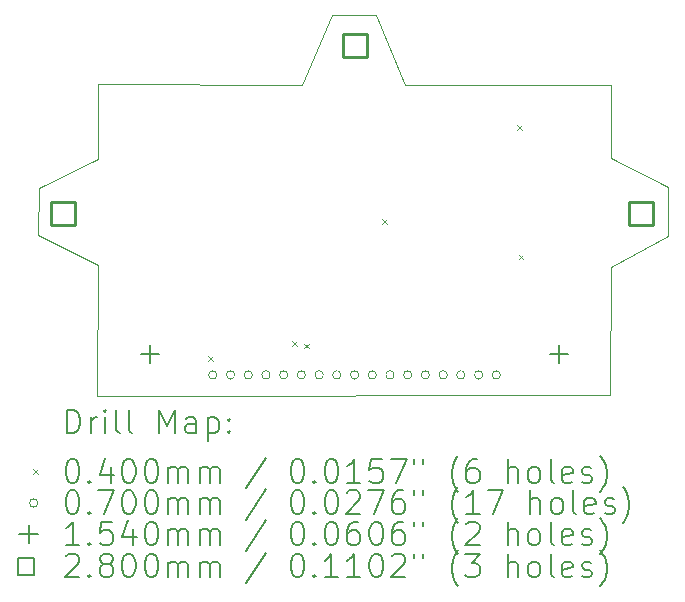
<source format=gbr>
%TF.GenerationSoftware,KiCad,Pcbnew,7.0.2-0*%
%TF.CreationDate,2023-11-12T18:26:15-05:00*%
%TF.ProjectId,LCD Module,4c434420-4d6f-4647-956c-652e6b696361,rev?*%
%TF.SameCoordinates,Original*%
%TF.FileFunction,Drillmap*%
%TF.FilePolarity,Positive*%
%FSLAX45Y45*%
G04 Gerber Fmt 4.5, Leading zero omitted, Abs format (unit mm)*
G04 Created by KiCad (PCBNEW 7.0.2-0) date 2023-11-12 18:26:15*
%MOMM*%
%LPD*%
G01*
G04 APERTURE LIST*
%ADD10C,0.100000*%
%ADD11C,0.200000*%
%ADD12C,0.040000*%
%ADD13C,0.070000*%
%ADD14C,0.154000*%
%ADD15C,0.280000*%
G04 APERTURE END LIST*
D10*
X12733867Y-6937120D02*
X14473328Y-6937346D01*
X14472620Y-7558456D01*
X14960404Y-7805776D01*
X14960404Y-8219731D01*
X14472620Y-8480411D01*
X14468719Y-9566906D01*
X10121810Y-9571271D01*
X10130173Y-8469234D01*
X9626301Y-8208453D01*
X9633948Y-7817054D01*
X10135885Y-7564800D01*
X10133025Y-6936677D01*
X11862939Y-6937120D01*
X12113071Y-6349773D01*
X12484539Y-6349773D01*
X12733867Y-6937120D01*
D11*
D12*
X11067400Y-9237490D02*
X11107400Y-9277490D01*
X11107400Y-9237490D02*
X11067400Y-9277490D01*
X11778650Y-9108790D02*
X11818650Y-9148790D01*
X11818650Y-9108790D02*
X11778650Y-9148790D01*
X11880220Y-9130930D02*
X11920220Y-9170930D01*
X11920220Y-9130930D02*
X11880220Y-9170930D01*
X12534900Y-8073870D02*
X12574900Y-8113870D01*
X12574900Y-8073870D02*
X12534900Y-8113870D01*
X13680360Y-7283860D02*
X13720360Y-7323860D01*
X13720360Y-7283860D02*
X13680360Y-7323860D01*
X13694630Y-8377760D02*
X13734630Y-8417760D01*
X13734630Y-8377760D02*
X13694630Y-8417760D01*
D13*
X11139250Y-9395500D02*
G75*
G03*
X11139250Y-9395500I-35000J0D01*
G01*
X11289250Y-9395500D02*
G75*
G03*
X11289250Y-9395500I-35000J0D01*
G01*
X11439250Y-9395500D02*
G75*
G03*
X11439250Y-9395500I-35000J0D01*
G01*
X11589250Y-9395500D02*
G75*
G03*
X11589250Y-9395500I-35000J0D01*
G01*
X11739250Y-9395500D02*
G75*
G03*
X11739250Y-9395500I-35000J0D01*
G01*
X11889250Y-9395500D02*
G75*
G03*
X11889250Y-9395500I-35000J0D01*
G01*
X12039250Y-9395500D02*
G75*
G03*
X12039250Y-9395500I-35000J0D01*
G01*
X12189250Y-9395500D02*
G75*
G03*
X12189250Y-9395500I-35000J0D01*
G01*
X12339250Y-9395500D02*
G75*
G03*
X12339250Y-9395500I-35000J0D01*
G01*
X12489250Y-9395500D02*
G75*
G03*
X12489250Y-9395500I-35000J0D01*
G01*
X12639250Y-9395500D02*
G75*
G03*
X12639250Y-9395500I-35000J0D01*
G01*
X12789250Y-9395500D02*
G75*
G03*
X12789250Y-9395500I-35000J0D01*
G01*
X12939250Y-9395500D02*
G75*
G03*
X12939250Y-9395500I-35000J0D01*
G01*
X13089250Y-9395500D02*
G75*
G03*
X13089250Y-9395500I-35000J0D01*
G01*
X13239250Y-9395500D02*
G75*
G03*
X13239250Y-9395500I-35000J0D01*
G01*
X13389250Y-9395500D02*
G75*
G03*
X13389250Y-9395500I-35000J0D01*
G01*
X13539250Y-9395500D02*
G75*
G03*
X13539250Y-9395500I-35000J0D01*
G01*
D14*
X10574250Y-9138500D02*
X10574250Y-9292500D01*
X10497250Y-9215500D02*
X10651250Y-9215500D01*
X14034250Y-9138500D02*
X14034250Y-9292500D01*
X13957250Y-9215500D02*
X14111250Y-9215500D01*
D15*
X9934108Y-8126988D02*
X9934108Y-7928997D01*
X9736117Y-7928997D01*
X9736117Y-8126988D01*
X9934108Y-8126988D01*
X12406074Y-6707278D02*
X12406074Y-6509287D01*
X12208082Y-6509287D01*
X12208082Y-6707278D01*
X12406074Y-6707278D01*
X14827932Y-8126988D02*
X14827932Y-7928997D01*
X14629941Y-7928997D01*
X14629941Y-8126988D01*
X14827932Y-8126988D01*
D11*
X9868920Y-9888795D02*
X9868920Y-9688795D01*
X9868920Y-9688795D02*
X9916539Y-9688795D01*
X9916539Y-9688795D02*
X9945111Y-9698319D01*
X9945111Y-9698319D02*
X9964159Y-9717366D01*
X9964159Y-9717366D02*
X9973682Y-9736414D01*
X9973682Y-9736414D02*
X9983206Y-9774509D01*
X9983206Y-9774509D02*
X9983206Y-9803080D01*
X9983206Y-9803080D02*
X9973682Y-9841176D01*
X9973682Y-9841176D02*
X9964159Y-9860223D01*
X9964159Y-9860223D02*
X9945111Y-9879271D01*
X9945111Y-9879271D02*
X9916539Y-9888795D01*
X9916539Y-9888795D02*
X9868920Y-9888795D01*
X10068920Y-9888795D02*
X10068920Y-9755461D01*
X10068920Y-9793557D02*
X10078444Y-9774509D01*
X10078444Y-9774509D02*
X10087968Y-9764985D01*
X10087968Y-9764985D02*
X10107016Y-9755461D01*
X10107016Y-9755461D02*
X10126063Y-9755461D01*
X10192730Y-9888795D02*
X10192730Y-9755461D01*
X10192730Y-9688795D02*
X10183206Y-9698319D01*
X10183206Y-9698319D02*
X10192730Y-9707842D01*
X10192730Y-9707842D02*
X10202254Y-9698319D01*
X10202254Y-9698319D02*
X10192730Y-9688795D01*
X10192730Y-9688795D02*
X10192730Y-9707842D01*
X10316539Y-9888795D02*
X10297492Y-9879271D01*
X10297492Y-9879271D02*
X10287968Y-9860223D01*
X10287968Y-9860223D02*
X10287968Y-9688795D01*
X10421301Y-9888795D02*
X10402254Y-9879271D01*
X10402254Y-9879271D02*
X10392730Y-9860223D01*
X10392730Y-9860223D02*
X10392730Y-9688795D01*
X10649873Y-9888795D02*
X10649873Y-9688795D01*
X10649873Y-9688795D02*
X10716540Y-9831652D01*
X10716540Y-9831652D02*
X10783206Y-9688795D01*
X10783206Y-9688795D02*
X10783206Y-9888795D01*
X10964159Y-9888795D02*
X10964159Y-9784033D01*
X10964159Y-9784033D02*
X10954635Y-9764985D01*
X10954635Y-9764985D02*
X10935587Y-9755461D01*
X10935587Y-9755461D02*
X10897492Y-9755461D01*
X10897492Y-9755461D02*
X10878444Y-9764985D01*
X10964159Y-9879271D02*
X10945111Y-9888795D01*
X10945111Y-9888795D02*
X10897492Y-9888795D01*
X10897492Y-9888795D02*
X10878444Y-9879271D01*
X10878444Y-9879271D02*
X10868920Y-9860223D01*
X10868920Y-9860223D02*
X10868920Y-9841176D01*
X10868920Y-9841176D02*
X10878444Y-9822128D01*
X10878444Y-9822128D02*
X10897492Y-9812604D01*
X10897492Y-9812604D02*
X10945111Y-9812604D01*
X10945111Y-9812604D02*
X10964159Y-9803080D01*
X11059397Y-9755461D02*
X11059397Y-9955461D01*
X11059397Y-9764985D02*
X11078444Y-9755461D01*
X11078444Y-9755461D02*
X11116540Y-9755461D01*
X11116540Y-9755461D02*
X11135587Y-9764985D01*
X11135587Y-9764985D02*
X11145111Y-9774509D01*
X11145111Y-9774509D02*
X11154635Y-9793557D01*
X11154635Y-9793557D02*
X11154635Y-9850699D01*
X11154635Y-9850699D02*
X11145111Y-9869747D01*
X11145111Y-9869747D02*
X11135587Y-9879271D01*
X11135587Y-9879271D02*
X11116540Y-9888795D01*
X11116540Y-9888795D02*
X11078444Y-9888795D01*
X11078444Y-9888795D02*
X11059397Y-9879271D01*
X11240349Y-9869747D02*
X11249873Y-9879271D01*
X11249873Y-9879271D02*
X11240349Y-9888795D01*
X11240349Y-9888795D02*
X11230825Y-9879271D01*
X11230825Y-9879271D02*
X11240349Y-9869747D01*
X11240349Y-9869747D02*
X11240349Y-9888795D01*
X11240349Y-9764985D02*
X11249873Y-9774509D01*
X11249873Y-9774509D02*
X11240349Y-9784033D01*
X11240349Y-9784033D02*
X11230825Y-9774509D01*
X11230825Y-9774509D02*
X11240349Y-9764985D01*
X11240349Y-9764985D02*
X11240349Y-9784033D01*
D12*
X9581301Y-10196271D02*
X9621301Y-10236271D01*
X9621301Y-10196271D02*
X9581301Y-10236271D01*
D11*
X9907016Y-10108795D02*
X9926063Y-10108795D01*
X9926063Y-10108795D02*
X9945111Y-10118319D01*
X9945111Y-10118319D02*
X9954635Y-10127842D01*
X9954635Y-10127842D02*
X9964159Y-10146890D01*
X9964159Y-10146890D02*
X9973682Y-10184985D01*
X9973682Y-10184985D02*
X9973682Y-10232604D01*
X9973682Y-10232604D02*
X9964159Y-10270699D01*
X9964159Y-10270699D02*
X9954635Y-10289747D01*
X9954635Y-10289747D02*
X9945111Y-10299271D01*
X9945111Y-10299271D02*
X9926063Y-10308795D01*
X9926063Y-10308795D02*
X9907016Y-10308795D01*
X9907016Y-10308795D02*
X9887968Y-10299271D01*
X9887968Y-10299271D02*
X9878444Y-10289747D01*
X9878444Y-10289747D02*
X9868920Y-10270699D01*
X9868920Y-10270699D02*
X9859397Y-10232604D01*
X9859397Y-10232604D02*
X9859397Y-10184985D01*
X9859397Y-10184985D02*
X9868920Y-10146890D01*
X9868920Y-10146890D02*
X9878444Y-10127842D01*
X9878444Y-10127842D02*
X9887968Y-10118319D01*
X9887968Y-10118319D02*
X9907016Y-10108795D01*
X10059397Y-10289747D02*
X10068920Y-10299271D01*
X10068920Y-10299271D02*
X10059397Y-10308795D01*
X10059397Y-10308795D02*
X10049873Y-10299271D01*
X10049873Y-10299271D02*
X10059397Y-10289747D01*
X10059397Y-10289747D02*
X10059397Y-10308795D01*
X10240349Y-10175461D02*
X10240349Y-10308795D01*
X10192730Y-10099271D02*
X10145111Y-10242128D01*
X10145111Y-10242128D02*
X10268920Y-10242128D01*
X10383206Y-10108795D02*
X10402254Y-10108795D01*
X10402254Y-10108795D02*
X10421301Y-10118319D01*
X10421301Y-10118319D02*
X10430825Y-10127842D01*
X10430825Y-10127842D02*
X10440349Y-10146890D01*
X10440349Y-10146890D02*
X10449873Y-10184985D01*
X10449873Y-10184985D02*
X10449873Y-10232604D01*
X10449873Y-10232604D02*
X10440349Y-10270699D01*
X10440349Y-10270699D02*
X10430825Y-10289747D01*
X10430825Y-10289747D02*
X10421301Y-10299271D01*
X10421301Y-10299271D02*
X10402254Y-10308795D01*
X10402254Y-10308795D02*
X10383206Y-10308795D01*
X10383206Y-10308795D02*
X10364159Y-10299271D01*
X10364159Y-10299271D02*
X10354635Y-10289747D01*
X10354635Y-10289747D02*
X10345111Y-10270699D01*
X10345111Y-10270699D02*
X10335587Y-10232604D01*
X10335587Y-10232604D02*
X10335587Y-10184985D01*
X10335587Y-10184985D02*
X10345111Y-10146890D01*
X10345111Y-10146890D02*
X10354635Y-10127842D01*
X10354635Y-10127842D02*
X10364159Y-10118319D01*
X10364159Y-10118319D02*
X10383206Y-10108795D01*
X10573682Y-10108795D02*
X10592730Y-10108795D01*
X10592730Y-10108795D02*
X10611778Y-10118319D01*
X10611778Y-10118319D02*
X10621301Y-10127842D01*
X10621301Y-10127842D02*
X10630825Y-10146890D01*
X10630825Y-10146890D02*
X10640349Y-10184985D01*
X10640349Y-10184985D02*
X10640349Y-10232604D01*
X10640349Y-10232604D02*
X10630825Y-10270699D01*
X10630825Y-10270699D02*
X10621301Y-10289747D01*
X10621301Y-10289747D02*
X10611778Y-10299271D01*
X10611778Y-10299271D02*
X10592730Y-10308795D01*
X10592730Y-10308795D02*
X10573682Y-10308795D01*
X10573682Y-10308795D02*
X10554635Y-10299271D01*
X10554635Y-10299271D02*
X10545111Y-10289747D01*
X10545111Y-10289747D02*
X10535587Y-10270699D01*
X10535587Y-10270699D02*
X10526063Y-10232604D01*
X10526063Y-10232604D02*
X10526063Y-10184985D01*
X10526063Y-10184985D02*
X10535587Y-10146890D01*
X10535587Y-10146890D02*
X10545111Y-10127842D01*
X10545111Y-10127842D02*
X10554635Y-10118319D01*
X10554635Y-10118319D02*
X10573682Y-10108795D01*
X10726063Y-10308795D02*
X10726063Y-10175461D01*
X10726063Y-10194509D02*
X10735587Y-10184985D01*
X10735587Y-10184985D02*
X10754635Y-10175461D01*
X10754635Y-10175461D02*
X10783206Y-10175461D01*
X10783206Y-10175461D02*
X10802254Y-10184985D01*
X10802254Y-10184985D02*
X10811778Y-10204033D01*
X10811778Y-10204033D02*
X10811778Y-10308795D01*
X10811778Y-10204033D02*
X10821301Y-10184985D01*
X10821301Y-10184985D02*
X10840349Y-10175461D01*
X10840349Y-10175461D02*
X10868920Y-10175461D01*
X10868920Y-10175461D02*
X10887968Y-10184985D01*
X10887968Y-10184985D02*
X10897492Y-10204033D01*
X10897492Y-10204033D02*
X10897492Y-10308795D01*
X10992730Y-10308795D02*
X10992730Y-10175461D01*
X10992730Y-10194509D02*
X11002254Y-10184985D01*
X11002254Y-10184985D02*
X11021301Y-10175461D01*
X11021301Y-10175461D02*
X11049873Y-10175461D01*
X11049873Y-10175461D02*
X11068921Y-10184985D01*
X11068921Y-10184985D02*
X11078444Y-10204033D01*
X11078444Y-10204033D02*
X11078444Y-10308795D01*
X11078444Y-10204033D02*
X11087968Y-10184985D01*
X11087968Y-10184985D02*
X11107016Y-10175461D01*
X11107016Y-10175461D02*
X11135587Y-10175461D01*
X11135587Y-10175461D02*
X11154635Y-10184985D01*
X11154635Y-10184985D02*
X11164159Y-10204033D01*
X11164159Y-10204033D02*
X11164159Y-10308795D01*
X11554635Y-10099271D02*
X11383206Y-10356414D01*
X11811778Y-10108795D02*
X11830825Y-10108795D01*
X11830825Y-10108795D02*
X11849873Y-10118319D01*
X11849873Y-10118319D02*
X11859397Y-10127842D01*
X11859397Y-10127842D02*
X11868921Y-10146890D01*
X11868921Y-10146890D02*
X11878444Y-10184985D01*
X11878444Y-10184985D02*
X11878444Y-10232604D01*
X11878444Y-10232604D02*
X11868921Y-10270699D01*
X11868921Y-10270699D02*
X11859397Y-10289747D01*
X11859397Y-10289747D02*
X11849873Y-10299271D01*
X11849873Y-10299271D02*
X11830825Y-10308795D01*
X11830825Y-10308795D02*
X11811778Y-10308795D01*
X11811778Y-10308795D02*
X11792730Y-10299271D01*
X11792730Y-10299271D02*
X11783206Y-10289747D01*
X11783206Y-10289747D02*
X11773682Y-10270699D01*
X11773682Y-10270699D02*
X11764159Y-10232604D01*
X11764159Y-10232604D02*
X11764159Y-10184985D01*
X11764159Y-10184985D02*
X11773682Y-10146890D01*
X11773682Y-10146890D02*
X11783206Y-10127842D01*
X11783206Y-10127842D02*
X11792730Y-10118319D01*
X11792730Y-10118319D02*
X11811778Y-10108795D01*
X11964159Y-10289747D02*
X11973682Y-10299271D01*
X11973682Y-10299271D02*
X11964159Y-10308795D01*
X11964159Y-10308795D02*
X11954635Y-10299271D01*
X11954635Y-10299271D02*
X11964159Y-10289747D01*
X11964159Y-10289747D02*
X11964159Y-10308795D01*
X12097492Y-10108795D02*
X12116540Y-10108795D01*
X12116540Y-10108795D02*
X12135587Y-10118319D01*
X12135587Y-10118319D02*
X12145111Y-10127842D01*
X12145111Y-10127842D02*
X12154635Y-10146890D01*
X12154635Y-10146890D02*
X12164159Y-10184985D01*
X12164159Y-10184985D02*
X12164159Y-10232604D01*
X12164159Y-10232604D02*
X12154635Y-10270699D01*
X12154635Y-10270699D02*
X12145111Y-10289747D01*
X12145111Y-10289747D02*
X12135587Y-10299271D01*
X12135587Y-10299271D02*
X12116540Y-10308795D01*
X12116540Y-10308795D02*
X12097492Y-10308795D01*
X12097492Y-10308795D02*
X12078444Y-10299271D01*
X12078444Y-10299271D02*
X12068921Y-10289747D01*
X12068921Y-10289747D02*
X12059397Y-10270699D01*
X12059397Y-10270699D02*
X12049873Y-10232604D01*
X12049873Y-10232604D02*
X12049873Y-10184985D01*
X12049873Y-10184985D02*
X12059397Y-10146890D01*
X12059397Y-10146890D02*
X12068921Y-10127842D01*
X12068921Y-10127842D02*
X12078444Y-10118319D01*
X12078444Y-10118319D02*
X12097492Y-10108795D01*
X12354635Y-10308795D02*
X12240349Y-10308795D01*
X12297492Y-10308795D02*
X12297492Y-10108795D01*
X12297492Y-10108795D02*
X12278444Y-10137366D01*
X12278444Y-10137366D02*
X12259397Y-10156414D01*
X12259397Y-10156414D02*
X12240349Y-10165938D01*
X12535587Y-10108795D02*
X12440349Y-10108795D01*
X12440349Y-10108795D02*
X12430825Y-10204033D01*
X12430825Y-10204033D02*
X12440349Y-10194509D01*
X12440349Y-10194509D02*
X12459397Y-10184985D01*
X12459397Y-10184985D02*
X12507016Y-10184985D01*
X12507016Y-10184985D02*
X12526063Y-10194509D01*
X12526063Y-10194509D02*
X12535587Y-10204033D01*
X12535587Y-10204033D02*
X12545111Y-10223080D01*
X12545111Y-10223080D02*
X12545111Y-10270699D01*
X12545111Y-10270699D02*
X12535587Y-10289747D01*
X12535587Y-10289747D02*
X12526063Y-10299271D01*
X12526063Y-10299271D02*
X12507016Y-10308795D01*
X12507016Y-10308795D02*
X12459397Y-10308795D01*
X12459397Y-10308795D02*
X12440349Y-10299271D01*
X12440349Y-10299271D02*
X12430825Y-10289747D01*
X12611778Y-10108795D02*
X12745111Y-10108795D01*
X12745111Y-10108795D02*
X12659397Y-10308795D01*
X12811778Y-10108795D02*
X12811778Y-10146890D01*
X12887968Y-10108795D02*
X12887968Y-10146890D01*
X13183206Y-10384985D02*
X13173683Y-10375461D01*
X13173683Y-10375461D02*
X13154635Y-10346890D01*
X13154635Y-10346890D02*
X13145111Y-10327842D01*
X13145111Y-10327842D02*
X13135587Y-10299271D01*
X13135587Y-10299271D02*
X13126064Y-10251652D01*
X13126064Y-10251652D02*
X13126064Y-10213557D01*
X13126064Y-10213557D02*
X13135587Y-10165938D01*
X13135587Y-10165938D02*
X13145111Y-10137366D01*
X13145111Y-10137366D02*
X13154635Y-10118319D01*
X13154635Y-10118319D02*
X13173683Y-10089747D01*
X13173683Y-10089747D02*
X13183206Y-10080223D01*
X13345111Y-10108795D02*
X13307016Y-10108795D01*
X13307016Y-10108795D02*
X13287968Y-10118319D01*
X13287968Y-10118319D02*
X13278444Y-10127842D01*
X13278444Y-10127842D02*
X13259397Y-10156414D01*
X13259397Y-10156414D02*
X13249873Y-10194509D01*
X13249873Y-10194509D02*
X13249873Y-10270699D01*
X13249873Y-10270699D02*
X13259397Y-10289747D01*
X13259397Y-10289747D02*
X13268921Y-10299271D01*
X13268921Y-10299271D02*
X13287968Y-10308795D01*
X13287968Y-10308795D02*
X13326064Y-10308795D01*
X13326064Y-10308795D02*
X13345111Y-10299271D01*
X13345111Y-10299271D02*
X13354635Y-10289747D01*
X13354635Y-10289747D02*
X13364159Y-10270699D01*
X13364159Y-10270699D02*
X13364159Y-10223080D01*
X13364159Y-10223080D02*
X13354635Y-10204033D01*
X13354635Y-10204033D02*
X13345111Y-10194509D01*
X13345111Y-10194509D02*
X13326064Y-10184985D01*
X13326064Y-10184985D02*
X13287968Y-10184985D01*
X13287968Y-10184985D02*
X13268921Y-10194509D01*
X13268921Y-10194509D02*
X13259397Y-10204033D01*
X13259397Y-10204033D02*
X13249873Y-10223080D01*
X13602254Y-10308795D02*
X13602254Y-10108795D01*
X13687968Y-10308795D02*
X13687968Y-10204033D01*
X13687968Y-10204033D02*
X13678445Y-10184985D01*
X13678445Y-10184985D02*
X13659397Y-10175461D01*
X13659397Y-10175461D02*
X13630825Y-10175461D01*
X13630825Y-10175461D02*
X13611778Y-10184985D01*
X13611778Y-10184985D02*
X13602254Y-10194509D01*
X13811778Y-10308795D02*
X13792730Y-10299271D01*
X13792730Y-10299271D02*
X13783206Y-10289747D01*
X13783206Y-10289747D02*
X13773683Y-10270699D01*
X13773683Y-10270699D02*
X13773683Y-10213557D01*
X13773683Y-10213557D02*
X13783206Y-10194509D01*
X13783206Y-10194509D02*
X13792730Y-10184985D01*
X13792730Y-10184985D02*
X13811778Y-10175461D01*
X13811778Y-10175461D02*
X13840349Y-10175461D01*
X13840349Y-10175461D02*
X13859397Y-10184985D01*
X13859397Y-10184985D02*
X13868921Y-10194509D01*
X13868921Y-10194509D02*
X13878445Y-10213557D01*
X13878445Y-10213557D02*
X13878445Y-10270699D01*
X13878445Y-10270699D02*
X13868921Y-10289747D01*
X13868921Y-10289747D02*
X13859397Y-10299271D01*
X13859397Y-10299271D02*
X13840349Y-10308795D01*
X13840349Y-10308795D02*
X13811778Y-10308795D01*
X13992730Y-10308795D02*
X13973683Y-10299271D01*
X13973683Y-10299271D02*
X13964159Y-10280223D01*
X13964159Y-10280223D02*
X13964159Y-10108795D01*
X14145111Y-10299271D02*
X14126064Y-10308795D01*
X14126064Y-10308795D02*
X14087968Y-10308795D01*
X14087968Y-10308795D02*
X14068921Y-10299271D01*
X14068921Y-10299271D02*
X14059397Y-10280223D01*
X14059397Y-10280223D02*
X14059397Y-10204033D01*
X14059397Y-10204033D02*
X14068921Y-10184985D01*
X14068921Y-10184985D02*
X14087968Y-10175461D01*
X14087968Y-10175461D02*
X14126064Y-10175461D01*
X14126064Y-10175461D02*
X14145111Y-10184985D01*
X14145111Y-10184985D02*
X14154635Y-10204033D01*
X14154635Y-10204033D02*
X14154635Y-10223080D01*
X14154635Y-10223080D02*
X14059397Y-10242128D01*
X14230826Y-10299271D02*
X14249873Y-10308795D01*
X14249873Y-10308795D02*
X14287968Y-10308795D01*
X14287968Y-10308795D02*
X14307016Y-10299271D01*
X14307016Y-10299271D02*
X14316540Y-10280223D01*
X14316540Y-10280223D02*
X14316540Y-10270699D01*
X14316540Y-10270699D02*
X14307016Y-10251652D01*
X14307016Y-10251652D02*
X14287968Y-10242128D01*
X14287968Y-10242128D02*
X14259397Y-10242128D01*
X14259397Y-10242128D02*
X14240349Y-10232604D01*
X14240349Y-10232604D02*
X14230826Y-10213557D01*
X14230826Y-10213557D02*
X14230826Y-10204033D01*
X14230826Y-10204033D02*
X14240349Y-10184985D01*
X14240349Y-10184985D02*
X14259397Y-10175461D01*
X14259397Y-10175461D02*
X14287968Y-10175461D01*
X14287968Y-10175461D02*
X14307016Y-10184985D01*
X14383207Y-10384985D02*
X14392730Y-10375461D01*
X14392730Y-10375461D02*
X14411778Y-10346890D01*
X14411778Y-10346890D02*
X14421302Y-10327842D01*
X14421302Y-10327842D02*
X14430826Y-10299271D01*
X14430826Y-10299271D02*
X14440349Y-10251652D01*
X14440349Y-10251652D02*
X14440349Y-10213557D01*
X14440349Y-10213557D02*
X14430826Y-10165938D01*
X14430826Y-10165938D02*
X14421302Y-10137366D01*
X14421302Y-10137366D02*
X14411778Y-10118319D01*
X14411778Y-10118319D02*
X14392730Y-10089747D01*
X14392730Y-10089747D02*
X14383207Y-10080223D01*
D13*
X9621301Y-10480271D02*
G75*
G03*
X9621301Y-10480271I-35000J0D01*
G01*
D11*
X9907016Y-10372795D02*
X9926063Y-10372795D01*
X9926063Y-10372795D02*
X9945111Y-10382319D01*
X9945111Y-10382319D02*
X9954635Y-10391842D01*
X9954635Y-10391842D02*
X9964159Y-10410890D01*
X9964159Y-10410890D02*
X9973682Y-10448985D01*
X9973682Y-10448985D02*
X9973682Y-10496604D01*
X9973682Y-10496604D02*
X9964159Y-10534699D01*
X9964159Y-10534699D02*
X9954635Y-10553747D01*
X9954635Y-10553747D02*
X9945111Y-10563271D01*
X9945111Y-10563271D02*
X9926063Y-10572795D01*
X9926063Y-10572795D02*
X9907016Y-10572795D01*
X9907016Y-10572795D02*
X9887968Y-10563271D01*
X9887968Y-10563271D02*
X9878444Y-10553747D01*
X9878444Y-10553747D02*
X9868920Y-10534699D01*
X9868920Y-10534699D02*
X9859397Y-10496604D01*
X9859397Y-10496604D02*
X9859397Y-10448985D01*
X9859397Y-10448985D02*
X9868920Y-10410890D01*
X9868920Y-10410890D02*
X9878444Y-10391842D01*
X9878444Y-10391842D02*
X9887968Y-10382319D01*
X9887968Y-10382319D02*
X9907016Y-10372795D01*
X10059397Y-10553747D02*
X10068920Y-10563271D01*
X10068920Y-10563271D02*
X10059397Y-10572795D01*
X10059397Y-10572795D02*
X10049873Y-10563271D01*
X10049873Y-10563271D02*
X10059397Y-10553747D01*
X10059397Y-10553747D02*
X10059397Y-10572795D01*
X10135587Y-10372795D02*
X10268920Y-10372795D01*
X10268920Y-10372795D02*
X10183206Y-10572795D01*
X10383206Y-10372795D02*
X10402254Y-10372795D01*
X10402254Y-10372795D02*
X10421301Y-10382319D01*
X10421301Y-10382319D02*
X10430825Y-10391842D01*
X10430825Y-10391842D02*
X10440349Y-10410890D01*
X10440349Y-10410890D02*
X10449873Y-10448985D01*
X10449873Y-10448985D02*
X10449873Y-10496604D01*
X10449873Y-10496604D02*
X10440349Y-10534699D01*
X10440349Y-10534699D02*
X10430825Y-10553747D01*
X10430825Y-10553747D02*
X10421301Y-10563271D01*
X10421301Y-10563271D02*
X10402254Y-10572795D01*
X10402254Y-10572795D02*
X10383206Y-10572795D01*
X10383206Y-10572795D02*
X10364159Y-10563271D01*
X10364159Y-10563271D02*
X10354635Y-10553747D01*
X10354635Y-10553747D02*
X10345111Y-10534699D01*
X10345111Y-10534699D02*
X10335587Y-10496604D01*
X10335587Y-10496604D02*
X10335587Y-10448985D01*
X10335587Y-10448985D02*
X10345111Y-10410890D01*
X10345111Y-10410890D02*
X10354635Y-10391842D01*
X10354635Y-10391842D02*
X10364159Y-10382319D01*
X10364159Y-10382319D02*
X10383206Y-10372795D01*
X10573682Y-10372795D02*
X10592730Y-10372795D01*
X10592730Y-10372795D02*
X10611778Y-10382319D01*
X10611778Y-10382319D02*
X10621301Y-10391842D01*
X10621301Y-10391842D02*
X10630825Y-10410890D01*
X10630825Y-10410890D02*
X10640349Y-10448985D01*
X10640349Y-10448985D02*
X10640349Y-10496604D01*
X10640349Y-10496604D02*
X10630825Y-10534699D01*
X10630825Y-10534699D02*
X10621301Y-10553747D01*
X10621301Y-10553747D02*
X10611778Y-10563271D01*
X10611778Y-10563271D02*
X10592730Y-10572795D01*
X10592730Y-10572795D02*
X10573682Y-10572795D01*
X10573682Y-10572795D02*
X10554635Y-10563271D01*
X10554635Y-10563271D02*
X10545111Y-10553747D01*
X10545111Y-10553747D02*
X10535587Y-10534699D01*
X10535587Y-10534699D02*
X10526063Y-10496604D01*
X10526063Y-10496604D02*
X10526063Y-10448985D01*
X10526063Y-10448985D02*
X10535587Y-10410890D01*
X10535587Y-10410890D02*
X10545111Y-10391842D01*
X10545111Y-10391842D02*
X10554635Y-10382319D01*
X10554635Y-10382319D02*
X10573682Y-10372795D01*
X10726063Y-10572795D02*
X10726063Y-10439461D01*
X10726063Y-10458509D02*
X10735587Y-10448985D01*
X10735587Y-10448985D02*
X10754635Y-10439461D01*
X10754635Y-10439461D02*
X10783206Y-10439461D01*
X10783206Y-10439461D02*
X10802254Y-10448985D01*
X10802254Y-10448985D02*
X10811778Y-10468033D01*
X10811778Y-10468033D02*
X10811778Y-10572795D01*
X10811778Y-10468033D02*
X10821301Y-10448985D01*
X10821301Y-10448985D02*
X10840349Y-10439461D01*
X10840349Y-10439461D02*
X10868920Y-10439461D01*
X10868920Y-10439461D02*
X10887968Y-10448985D01*
X10887968Y-10448985D02*
X10897492Y-10468033D01*
X10897492Y-10468033D02*
X10897492Y-10572795D01*
X10992730Y-10572795D02*
X10992730Y-10439461D01*
X10992730Y-10458509D02*
X11002254Y-10448985D01*
X11002254Y-10448985D02*
X11021301Y-10439461D01*
X11021301Y-10439461D02*
X11049873Y-10439461D01*
X11049873Y-10439461D02*
X11068921Y-10448985D01*
X11068921Y-10448985D02*
X11078444Y-10468033D01*
X11078444Y-10468033D02*
X11078444Y-10572795D01*
X11078444Y-10468033D02*
X11087968Y-10448985D01*
X11087968Y-10448985D02*
X11107016Y-10439461D01*
X11107016Y-10439461D02*
X11135587Y-10439461D01*
X11135587Y-10439461D02*
X11154635Y-10448985D01*
X11154635Y-10448985D02*
X11164159Y-10468033D01*
X11164159Y-10468033D02*
X11164159Y-10572795D01*
X11554635Y-10363271D02*
X11383206Y-10620414D01*
X11811778Y-10372795D02*
X11830825Y-10372795D01*
X11830825Y-10372795D02*
X11849873Y-10382319D01*
X11849873Y-10382319D02*
X11859397Y-10391842D01*
X11859397Y-10391842D02*
X11868921Y-10410890D01*
X11868921Y-10410890D02*
X11878444Y-10448985D01*
X11878444Y-10448985D02*
X11878444Y-10496604D01*
X11878444Y-10496604D02*
X11868921Y-10534699D01*
X11868921Y-10534699D02*
X11859397Y-10553747D01*
X11859397Y-10553747D02*
X11849873Y-10563271D01*
X11849873Y-10563271D02*
X11830825Y-10572795D01*
X11830825Y-10572795D02*
X11811778Y-10572795D01*
X11811778Y-10572795D02*
X11792730Y-10563271D01*
X11792730Y-10563271D02*
X11783206Y-10553747D01*
X11783206Y-10553747D02*
X11773682Y-10534699D01*
X11773682Y-10534699D02*
X11764159Y-10496604D01*
X11764159Y-10496604D02*
X11764159Y-10448985D01*
X11764159Y-10448985D02*
X11773682Y-10410890D01*
X11773682Y-10410890D02*
X11783206Y-10391842D01*
X11783206Y-10391842D02*
X11792730Y-10382319D01*
X11792730Y-10382319D02*
X11811778Y-10372795D01*
X11964159Y-10553747D02*
X11973682Y-10563271D01*
X11973682Y-10563271D02*
X11964159Y-10572795D01*
X11964159Y-10572795D02*
X11954635Y-10563271D01*
X11954635Y-10563271D02*
X11964159Y-10553747D01*
X11964159Y-10553747D02*
X11964159Y-10572795D01*
X12097492Y-10372795D02*
X12116540Y-10372795D01*
X12116540Y-10372795D02*
X12135587Y-10382319D01*
X12135587Y-10382319D02*
X12145111Y-10391842D01*
X12145111Y-10391842D02*
X12154635Y-10410890D01*
X12154635Y-10410890D02*
X12164159Y-10448985D01*
X12164159Y-10448985D02*
X12164159Y-10496604D01*
X12164159Y-10496604D02*
X12154635Y-10534699D01*
X12154635Y-10534699D02*
X12145111Y-10553747D01*
X12145111Y-10553747D02*
X12135587Y-10563271D01*
X12135587Y-10563271D02*
X12116540Y-10572795D01*
X12116540Y-10572795D02*
X12097492Y-10572795D01*
X12097492Y-10572795D02*
X12078444Y-10563271D01*
X12078444Y-10563271D02*
X12068921Y-10553747D01*
X12068921Y-10553747D02*
X12059397Y-10534699D01*
X12059397Y-10534699D02*
X12049873Y-10496604D01*
X12049873Y-10496604D02*
X12049873Y-10448985D01*
X12049873Y-10448985D02*
X12059397Y-10410890D01*
X12059397Y-10410890D02*
X12068921Y-10391842D01*
X12068921Y-10391842D02*
X12078444Y-10382319D01*
X12078444Y-10382319D02*
X12097492Y-10372795D01*
X12240349Y-10391842D02*
X12249873Y-10382319D01*
X12249873Y-10382319D02*
X12268921Y-10372795D01*
X12268921Y-10372795D02*
X12316540Y-10372795D01*
X12316540Y-10372795D02*
X12335587Y-10382319D01*
X12335587Y-10382319D02*
X12345111Y-10391842D01*
X12345111Y-10391842D02*
X12354635Y-10410890D01*
X12354635Y-10410890D02*
X12354635Y-10429938D01*
X12354635Y-10429938D02*
X12345111Y-10458509D01*
X12345111Y-10458509D02*
X12230825Y-10572795D01*
X12230825Y-10572795D02*
X12354635Y-10572795D01*
X12421302Y-10372795D02*
X12554635Y-10372795D01*
X12554635Y-10372795D02*
X12468921Y-10572795D01*
X12716540Y-10372795D02*
X12678444Y-10372795D01*
X12678444Y-10372795D02*
X12659397Y-10382319D01*
X12659397Y-10382319D02*
X12649873Y-10391842D01*
X12649873Y-10391842D02*
X12630825Y-10420414D01*
X12630825Y-10420414D02*
X12621302Y-10458509D01*
X12621302Y-10458509D02*
X12621302Y-10534699D01*
X12621302Y-10534699D02*
X12630825Y-10553747D01*
X12630825Y-10553747D02*
X12640349Y-10563271D01*
X12640349Y-10563271D02*
X12659397Y-10572795D01*
X12659397Y-10572795D02*
X12697492Y-10572795D01*
X12697492Y-10572795D02*
X12716540Y-10563271D01*
X12716540Y-10563271D02*
X12726063Y-10553747D01*
X12726063Y-10553747D02*
X12735587Y-10534699D01*
X12735587Y-10534699D02*
X12735587Y-10487080D01*
X12735587Y-10487080D02*
X12726063Y-10468033D01*
X12726063Y-10468033D02*
X12716540Y-10458509D01*
X12716540Y-10458509D02*
X12697492Y-10448985D01*
X12697492Y-10448985D02*
X12659397Y-10448985D01*
X12659397Y-10448985D02*
X12640349Y-10458509D01*
X12640349Y-10458509D02*
X12630825Y-10468033D01*
X12630825Y-10468033D02*
X12621302Y-10487080D01*
X12811778Y-10372795D02*
X12811778Y-10410890D01*
X12887968Y-10372795D02*
X12887968Y-10410890D01*
X13183206Y-10648985D02*
X13173683Y-10639461D01*
X13173683Y-10639461D02*
X13154635Y-10610890D01*
X13154635Y-10610890D02*
X13145111Y-10591842D01*
X13145111Y-10591842D02*
X13135587Y-10563271D01*
X13135587Y-10563271D02*
X13126064Y-10515652D01*
X13126064Y-10515652D02*
X13126064Y-10477557D01*
X13126064Y-10477557D02*
X13135587Y-10429938D01*
X13135587Y-10429938D02*
X13145111Y-10401366D01*
X13145111Y-10401366D02*
X13154635Y-10382319D01*
X13154635Y-10382319D02*
X13173683Y-10353747D01*
X13173683Y-10353747D02*
X13183206Y-10344223D01*
X13364159Y-10572795D02*
X13249873Y-10572795D01*
X13307016Y-10572795D02*
X13307016Y-10372795D01*
X13307016Y-10372795D02*
X13287968Y-10401366D01*
X13287968Y-10401366D02*
X13268921Y-10420414D01*
X13268921Y-10420414D02*
X13249873Y-10429938D01*
X13430825Y-10372795D02*
X13564159Y-10372795D01*
X13564159Y-10372795D02*
X13478444Y-10572795D01*
X13792730Y-10572795D02*
X13792730Y-10372795D01*
X13878445Y-10572795D02*
X13878445Y-10468033D01*
X13878445Y-10468033D02*
X13868921Y-10448985D01*
X13868921Y-10448985D02*
X13849873Y-10439461D01*
X13849873Y-10439461D02*
X13821302Y-10439461D01*
X13821302Y-10439461D02*
X13802254Y-10448985D01*
X13802254Y-10448985D02*
X13792730Y-10458509D01*
X14002254Y-10572795D02*
X13983206Y-10563271D01*
X13983206Y-10563271D02*
X13973683Y-10553747D01*
X13973683Y-10553747D02*
X13964159Y-10534699D01*
X13964159Y-10534699D02*
X13964159Y-10477557D01*
X13964159Y-10477557D02*
X13973683Y-10458509D01*
X13973683Y-10458509D02*
X13983206Y-10448985D01*
X13983206Y-10448985D02*
X14002254Y-10439461D01*
X14002254Y-10439461D02*
X14030826Y-10439461D01*
X14030826Y-10439461D02*
X14049873Y-10448985D01*
X14049873Y-10448985D02*
X14059397Y-10458509D01*
X14059397Y-10458509D02*
X14068921Y-10477557D01*
X14068921Y-10477557D02*
X14068921Y-10534699D01*
X14068921Y-10534699D02*
X14059397Y-10553747D01*
X14059397Y-10553747D02*
X14049873Y-10563271D01*
X14049873Y-10563271D02*
X14030826Y-10572795D01*
X14030826Y-10572795D02*
X14002254Y-10572795D01*
X14183206Y-10572795D02*
X14164159Y-10563271D01*
X14164159Y-10563271D02*
X14154635Y-10544223D01*
X14154635Y-10544223D02*
X14154635Y-10372795D01*
X14335587Y-10563271D02*
X14316540Y-10572795D01*
X14316540Y-10572795D02*
X14278445Y-10572795D01*
X14278445Y-10572795D02*
X14259397Y-10563271D01*
X14259397Y-10563271D02*
X14249873Y-10544223D01*
X14249873Y-10544223D02*
X14249873Y-10468033D01*
X14249873Y-10468033D02*
X14259397Y-10448985D01*
X14259397Y-10448985D02*
X14278445Y-10439461D01*
X14278445Y-10439461D02*
X14316540Y-10439461D01*
X14316540Y-10439461D02*
X14335587Y-10448985D01*
X14335587Y-10448985D02*
X14345111Y-10468033D01*
X14345111Y-10468033D02*
X14345111Y-10487080D01*
X14345111Y-10487080D02*
X14249873Y-10506128D01*
X14421302Y-10563271D02*
X14440349Y-10572795D01*
X14440349Y-10572795D02*
X14478445Y-10572795D01*
X14478445Y-10572795D02*
X14497492Y-10563271D01*
X14497492Y-10563271D02*
X14507016Y-10544223D01*
X14507016Y-10544223D02*
X14507016Y-10534699D01*
X14507016Y-10534699D02*
X14497492Y-10515652D01*
X14497492Y-10515652D02*
X14478445Y-10506128D01*
X14478445Y-10506128D02*
X14449873Y-10506128D01*
X14449873Y-10506128D02*
X14430826Y-10496604D01*
X14430826Y-10496604D02*
X14421302Y-10477557D01*
X14421302Y-10477557D02*
X14421302Y-10468033D01*
X14421302Y-10468033D02*
X14430826Y-10448985D01*
X14430826Y-10448985D02*
X14449873Y-10439461D01*
X14449873Y-10439461D02*
X14478445Y-10439461D01*
X14478445Y-10439461D02*
X14497492Y-10448985D01*
X14573683Y-10648985D02*
X14583207Y-10639461D01*
X14583207Y-10639461D02*
X14602254Y-10610890D01*
X14602254Y-10610890D02*
X14611778Y-10591842D01*
X14611778Y-10591842D02*
X14621302Y-10563271D01*
X14621302Y-10563271D02*
X14630826Y-10515652D01*
X14630826Y-10515652D02*
X14630826Y-10477557D01*
X14630826Y-10477557D02*
X14621302Y-10429938D01*
X14621302Y-10429938D02*
X14611778Y-10401366D01*
X14611778Y-10401366D02*
X14602254Y-10382319D01*
X14602254Y-10382319D02*
X14583207Y-10353747D01*
X14583207Y-10353747D02*
X14573683Y-10344223D01*
D14*
X9544301Y-10667271D02*
X9544301Y-10821271D01*
X9467301Y-10744271D02*
X9621301Y-10744271D01*
D11*
X9973682Y-10836795D02*
X9859397Y-10836795D01*
X9916539Y-10836795D02*
X9916539Y-10636795D01*
X9916539Y-10636795D02*
X9897492Y-10665366D01*
X9897492Y-10665366D02*
X9878444Y-10684414D01*
X9878444Y-10684414D02*
X9859397Y-10693938D01*
X10059397Y-10817747D02*
X10068920Y-10827271D01*
X10068920Y-10827271D02*
X10059397Y-10836795D01*
X10059397Y-10836795D02*
X10049873Y-10827271D01*
X10049873Y-10827271D02*
X10059397Y-10817747D01*
X10059397Y-10817747D02*
X10059397Y-10836795D01*
X10249873Y-10636795D02*
X10154635Y-10636795D01*
X10154635Y-10636795D02*
X10145111Y-10732033D01*
X10145111Y-10732033D02*
X10154635Y-10722509D01*
X10154635Y-10722509D02*
X10173682Y-10712985D01*
X10173682Y-10712985D02*
X10221301Y-10712985D01*
X10221301Y-10712985D02*
X10240349Y-10722509D01*
X10240349Y-10722509D02*
X10249873Y-10732033D01*
X10249873Y-10732033D02*
X10259397Y-10751080D01*
X10259397Y-10751080D02*
X10259397Y-10798699D01*
X10259397Y-10798699D02*
X10249873Y-10817747D01*
X10249873Y-10817747D02*
X10240349Y-10827271D01*
X10240349Y-10827271D02*
X10221301Y-10836795D01*
X10221301Y-10836795D02*
X10173682Y-10836795D01*
X10173682Y-10836795D02*
X10154635Y-10827271D01*
X10154635Y-10827271D02*
X10145111Y-10817747D01*
X10430825Y-10703461D02*
X10430825Y-10836795D01*
X10383206Y-10627271D02*
X10335587Y-10770128D01*
X10335587Y-10770128D02*
X10459397Y-10770128D01*
X10573682Y-10636795D02*
X10592730Y-10636795D01*
X10592730Y-10636795D02*
X10611778Y-10646319D01*
X10611778Y-10646319D02*
X10621301Y-10655842D01*
X10621301Y-10655842D02*
X10630825Y-10674890D01*
X10630825Y-10674890D02*
X10640349Y-10712985D01*
X10640349Y-10712985D02*
X10640349Y-10760604D01*
X10640349Y-10760604D02*
X10630825Y-10798699D01*
X10630825Y-10798699D02*
X10621301Y-10817747D01*
X10621301Y-10817747D02*
X10611778Y-10827271D01*
X10611778Y-10827271D02*
X10592730Y-10836795D01*
X10592730Y-10836795D02*
X10573682Y-10836795D01*
X10573682Y-10836795D02*
X10554635Y-10827271D01*
X10554635Y-10827271D02*
X10545111Y-10817747D01*
X10545111Y-10817747D02*
X10535587Y-10798699D01*
X10535587Y-10798699D02*
X10526063Y-10760604D01*
X10526063Y-10760604D02*
X10526063Y-10712985D01*
X10526063Y-10712985D02*
X10535587Y-10674890D01*
X10535587Y-10674890D02*
X10545111Y-10655842D01*
X10545111Y-10655842D02*
X10554635Y-10646319D01*
X10554635Y-10646319D02*
X10573682Y-10636795D01*
X10726063Y-10836795D02*
X10726063Y-10703461D01*
X10726063Y-10722509D02*
X10735587Y-10712985D01*
X10735587Y-10712985D02*
X10754635Y-10703461D01*
X10754635Y-10703461D02*
X10783206Y-10703461D01*
X10783206Y-10703461D02*
X10802254Y-10712985D01*
X10802254Y-10712985D02*
X10811778Y-10732033D01*
X10811778Y-10732033D02*
X10811778Y-10836795D01*
X10811778Y-10732033D02*
X10821301Y-10712985D01*
X10821301Y-10712985D02*
X10840349Y-10703461D01*
X10840349Y-10703461D02*
X10868920Y-10703461D01*
X10868920Y-10703461D02*
X10887968Y-10712985D01*
X10887968Y-10712985D02*
X10897492Y-10732033D01*
X10897492Y-10732033D02*
X10897492Y-10836795D01*
X10992730Y-10836795D02*
X10992730Y-10703461D01*
X10992730Y-10722509D02*
X11002254Y-10712985D01*
X11002254Y-10712985D02*
X11021301Y-10703461D01*
X11021301Y-10703461D02*
X11049873Y-10703461D01*
X11049873Y-10703461D02*
X11068921Y-10712985D01*
X11068921Y-10712985D02*
X11078444Y-10732033D01*
X11078444Y-10732033D02*
X11078444Y-10836795D01*
X11078444Y-10732033D02*
X11087968Y-10712985D01*
X11087968Y-10712985D02*
X11107016Y-10703461D01*
X11107016Y-10703461D02*
X11135587Y-10703461D01*
X11135587Y-10703461D02*
X11154635Y-10712985D01*
X11154635Y-10712985D02*
X11164159Y-10732033D01*
X11164159Y-10732033D02*
X11164159Y-10836795D01*
X11554635Y-10627271D02*
X11383206Y-10884414D01*
X11811778Y-10636795D02*
X11830825Y-10636795D01*
X11830825Y-10636795D02*
X11849873Y-10646319D01*
X11849873Y-10646319D02*
X11859397Y-10655842D01*
X11859397Y-10655842D02*
X11868921Y-10674890D01*
X11868921Y-10674890D02*
X11878444Y-10712985D01*
X11878444Y-10712985D02*
X11878444Y-10760604D01*
X11878444Y-10760604D02*
X11868921Y-10798699D01*
X11868921Y-10798699D02*
X11859397Y-10817747D01*
X11859397Y-10817747D02*
X11849873Y-10827271D01*
X11849873Y-10827271D02*
X11830825Y-10836795D01*
X11830825Y-10836795D02*
X11811778Y-10836795D01*
X11811778Y-10836795D02*
X11792730Y-10827271D01*
X11792730Y-10827271D02*
X11783206Y-10817747D01*
X11783206Y-10817747D02*
X11773682Y-10798699D01*
X11773682Y-10798699D02*
X11764159Y-10760604D01*
X11764159Y-10760604D02*
X11764159Y-10712985D01*
X11764159Y-10712985D02*
X11773682Y-10674890D01*
X11773682Y-10674890D02*
X11783206Y-10655842D01*
X11783206Y-10655842D02*
X11792730Y-10646319D01*
X11792730Y-10646319D02*
X11811778Y-10636795D01*
X11964159Y-10817747D02*
X11973682Y-10827271D01*
X11973682Y-10827271D02*
X11964159Y-10836795D01*
X11964159Y-10836795D02*
X11954635Y-10827271D01*
X11954635Y-10827271D02*
X11964159Y-10817747D01*
X11964159Y-10817747D02*
X11964159Y-10836795D01*
X12097492Y-10636795D02*
X12116540Y-10636795D01*
X12116540Y-10636795D02*
X12135587Y-10646319D01*
X12135587Y-10646319D02*
X12145111Y-10655842D01*
X12145111Y-10655842D02*
X12154635Y-10674890D01*
X12154635Y-10674890D02*
X12164159Y-10712985D01*
X12164159Y-10712985D02*
X12164159Y-10760604D01*
X12164159Y-10760604D02*
X12154635Y-10798699D01*
X12154635Y-10798699D02*
X12145111Y-10817747D01*
X12145111Y-10817747D02*
X12135587Y-10827271D01*
X12135587Y-10827271D02*
X12116540Y-10836795D01*
X12116540Y-10836795D02*
X12097492Y-10836795D01*
X12097492Y-10836795D02*
X12078444Y-10827271D01*
X12078444Y-10827271D02*
X12068921Y-10817747D01*
X12068921Y-10817747D02*
X12059397Y-10798699D01*
X12059397Y-10798699D02*
X12049873Y-10760604D01*
X12049873Y-10760604D02*
X12049873Y-10712985D01*
X12049873Y-10712985D02*
X12059397Y-10674890D01*
X12059397Y-10674890D02*
X12068921Y-10655842D01*
X12068921Y-10655842D02*
X12078444Y-10646319D01*
X12078444Y-10646319D02*
X12097492Y-10636795D01*
X12335587Y-10636795D02*
X12297492Y-10636795D01*
X12297492Y-10636795D02*
X12278444Y-10646319D01*
X12278444Y-10646319D02*
X12268921Y-10655842D01*
X12268921Y-10655842D02*
X12249873Y-10684414D01*
X12249873Y-10684414D02*
X12240349Y-10722509D01*
X12240349Y-10722509D02*
X12240349Y-10798699D01*
X12240349Y-10798699D02*
X12249873Y-10817747D01*
X12249873Y-10817747D02*
X12259397Y-10827271D01*
X12259397Y-10827271D02*
X12278444Y-10836795D01*
X12278444Y-10836795D02*
X12316540Y-10836795D01*
X12316540Y-10836795D02*
X12335587Y-10827271D01*
X12335587Y-10827271D02*
X12345111Y-10817747D01*
X12345111Y-10817747D02*
X12354635Y-10798699D01*
X12354635Y-10798699D02*
X12354635Y-10751080D01*
X12354635Y-10751080D02*
X12345111Y-10732033D01*
X12345111Y-10732033D02*
X12335587Y-10722509D01*
X12335587Y-10722509D02*
X12316540Y-10712985D01*
X12316540Y-10712985D02*
X12278444Y-10712985D01*
X12278444Y-10712985D02*
X12259397Y-10722509D01*
X12259397Y-10722509D02*
X12249873Y-10732033D01*
X12249873Y-10732033D02*
X12240349Y-10751080D01*
X12478444Y-10636795D02*
X12497492Y-10636795D01*
X12497492Y-10636795D02*
X12516540Y-10646319D01*
X12516540Y-10646319D02*
X12526063Y-10655842D01*
X12526063Y-10655842D02*
X12535587Y-10674890D01*
X12535587Y-10674890D02*
X12545111Y-10712985D01*
X12545111Y-10712985D02*
X12545111Y-10760604D01*
X12545111Y-10760604D02*
X12535587Y-10798699D01*
X12535587Y-10798699D02*
X12526063Y-10817747D01*
X12526063Y-10817747D02*
X12516540Y-10827271D01*
X12516540Y-10827271D02*
X12497492Y-10836795D01*
X12497492Y-10836795D02*
X12478444Y-10836795D01*
X12478444Y-10836795D02*
X12459397Y-10827271D01*
X12459397Y-10827271D02*
X12449873Y-10817747D01*
X12449873Y-10817747D02*
X12440349Y-10798699D01*
X12440349Y-10798699D02*
X12430825Y-10760604D01*
X12430825Y-10760604D02*
X12430825Y-10712985D01*
X12430825Y-10712985D02*
X12440349Y-10674890D01*
X12440349Y-10674890D02*
X12449873Y-10655842D01*
X12449873Y-10655842D02*
X12459397Y-10646319D01*
X12459397Y-10646319D02*
X12478444Y-10636795D01*
X12716540Y-10636795D02*
X12678444Y-10636795D01*
X12678444Y-10636795D02*
X12659397Y-10646319D01*
X12659397Y-10646319D02*
X12649873Y-10655842D01*
X12649873Y-10655842D02*
X12630825Y-10684414D01*
X12630825Y-10684414D02*
X12621302Y-10722509D01*
X12621302Y-10722509D02*
X12621302Y-10798699D01*
X12621302Y-10798699D02*
X12630825Y-10817747D01*
X12630825Y-10817747D02*
X12640349Y-10827271D01*
X12640349Y-10827271D02*
X12659397Y-10836795D01*
X12659397Y-10836795D02*
X12697492Y-10836795D01*
X12697492Y-10836795D02*
X12716540Y-10827271D01*
X12716540Y-10827271D02*
X12726063Y-10817747D01*
X12726063Y-10817747D02*
X12735587Y-10798699D01*
X12735587Y-10798699D02*
X12735587Y-10751080D01*
X12735587Y-10751080D02*
X12726063Y-10732033D01*
X12726063Y-10732033D02*
X12716540Y-10722509D01*
X12716540Y-10722509D02*
X12697492Y-10712985D01*
X12697492Y-10712985D02*
X12659397Y-10712985D01*
X12659397Y-10712985D02*
X12640349Y-10722509D01*
X12640349Y-10722509D02*
X12630825Y-10732033D01*
X12630825Y-10732033D02*
X12621302Y-10751080D01*
X12811778Y-10636795D02*
X12811778Y-10674890D01*
X12887968Y-10636795D02*
X12887968Y-10674890D01*
X13183206Y-10912985D02*
X13173683Y-10903461D01*
X13173683Y-10903461D02*
X13154635Y-10874890D01*
X13154635Y-10874890D02*
X13145111Y-10855842D01*
X13145111Y-10855842D02*
X13135587Y-10827271D01*
X13135587Y-10827271D02*
X13126064Y-10779652D01*
X13126064Y-10779652D02*
X13126064Y-10741557D01*
X13126064Y-10741557D02*
X13135587Y-10693938D01*
X13135587Y-10693938D02*
X13145111Y-10665366D01*
X13145111Y-10665366D02*
X13154635Y-10646319D01*
X13154635Y-10646319D02*
X13173683Y-10617747D01*
X13173683Y-10617747D02*
X13183206Y-10608223D01*
X13249873Y-10655842D02*
X13259397Y-10646319D01*
X13259397Y-10646319D02*
X13278444Y-10636795D01*
X13278444Y-10636795D02*
X13326064Y-10636795D01*
X13326064Y-10636795D02*
X13345111Y-10646319D01*
X13345111Y-10646319D02*
X13354635Y-10655842D01*
X13354635Y-10655842D02*
X13364159Y-10674890D01*
X13364159Y-10674890D02*
X13364159Y-10693938D01*
X13364159Y-10693938D02*
X13354635Y-10722509D01*
X13354635Y-10722509D02*
X13240349Y-10836795D01*
X13240349Y-10836795D02*
X13364159Y-10836795D01*
X13602254Y-10836795D02*
X13602254Y-10636795D01*
X13687968Y-10836795D02*
X13687968Y-10732033D01*
X13687968Y-10732033D02*
X13678445Y-10712985D01*
X13678445Y-10712985D02*
X13659397Y-10703461D01*
X13659397Y-10703461D02*
X13630825Y-10703461D01*
X13630825Y-10703461D02*
X13611778Y-10712985D01*
X13611778Y-10712985D02*
X13602254Y-10722509D01*
X13811778Y-10836795D02*
X13792730Y-10827271D01*
X13792730Y-10827271D02*
X13783206Y-10817747D01*
X13783206Y-10817747D02*
X13773683Y-10798699D01*
X13773683Y-10798699D02*
X13773683Y-10741557D01*
X13773683Y-10741557D02*
X13783206Y-10722509D01*
X13783206Y-10722509D02*
X13792730Y-10712985D01*
X13792730Y-10712985D02*
X13811778Y-10703461D01*
X13811778Y-10703461D02*
X13840349Y-10703461D01*
X13840349Y-10703461D02*
X13859397Y-10712985D01*
X13859397Y-10712985D02*
X13868921Y-10722509D01*
X13868921Y-10722509D02*
X13878445Y-10741557D01*
X13878445Y-10741557D02*
X13878445Y-10798699D01*
X13878445Y-10798699D02*
X13868921Y-10817747D01*
X13868921Y-10817747D02*
X13859397Y-10827271D01*
X13859397Y-10827271D02*
X13840349Y-10836795D01*
X13840349Y-10836795D02*
X13811778Y-10836795D01*
X13992730Y-10836795D02*
X13973683Y-10827271D01*
X13973683Y-10827271D02*
X13964159Y-10808223D01*
X13964159Y-10808223D02*
X13964159Y-10636795D01*
X14145111Y-10827271D02*
X14126064Y-10836795D01*
X14126064Y-10836795D02*
X14087968Y-10836795D01*
X14087968Y-10836795D02*
X14068921Y-10827271D01*
X14068921Y-10827271D02*
X14059397Y-10808223D01*
X14059397Y-10808223D02*
X14059397Y-10732033D01*
X14059397Y-10732033D02*
X14068921Y-10712985D01*
X14068921Y-10712985D02*
X14087968Y-10703461D01*
X14087968Y-10703461D02*
X14126064Y-10703461D01*
X14126064Y-10703461D02*
X14145111Y-10712985D01*
X14145111Y-10712985D02*
X14154635Y-10732033D01*
X14154635Y-10732033D02*
X14154635Y-10751080D01*
X14154635Y-10751080D02*
X14059397Y-10770128D01*
X14230826Y-10827271D02*
X14249873Y-10836795D01*
X14249873Y-10836795D02*
X14287968Y-10836795D01*
X14287968Y-10836795D02*
X14307016Y-10827271D01*
X14307016Y-10827271D02*
X14316540Y-10808223D01*
X14316540Y-10808223D02*
X14316540Y-10798699D01*
X14316540Y-10798699D02*
X14307016Y-10779652D01*
X14307016Y-10779652D02*
X14287968Y-10770128D01*
X14287968Y-10770128D02*
X14259397Y-10770128D01*
X14259397Y-10770128D02*
X14240349Y-10760604D01*
X14240349Y-10760604D02*
X14230826Y-10741557D01*
X14230826Y-10741557D02*
X14230826Y-10732033D01*
X14230826Y-10732033D02*
X14240349Y-10712985D01*
X14240349Y-10712985D02*
X14259397Y-10703461D01*
X14259397Y-10703461D02*
X14287968Y-10703461D01*
X14287968Y-10703461D02*
X14307016Y-10712985D01*
X14383207Y-10912985D02*
X14392730Y-10903461D01*
X14392730Y-10903461D02*
X14411778Y-10874890D01*
X14411778Y-10874890D02*
X14421302Y-10855842D01*
X14421302Y-10855842D02*
X14430826Y-10827271D01*
X14430826Y-10827271D02*
X14440349Y-10779652D01*
X14440349Y-10779652D02*
X14440349Y-10741557D01*
X14440349Y-10741557D02*
X14430826Y-10693938D01*
X14430826Y-10693938D02*
X14421302Y-10665366D01*
X14421302Y-10665366D02*
X14411778Y-10646319D01*
X14411778Y-10646319D02*
X14392730Y-10617747D01*
X14392730Y-10617747D02*
X14383207Y-10608223D01*
X9592013Y-11088982D02*
X9592013Y-10947560D01*
X9450590Y-10947560D01*
X9450590Y-11088982D01*
X9592013Y-11088982D01*
X9859397Y-10929842D02*
X9868920Y-10920319D01*
X9868920Y-10920319D02*
X9887968Y-10910795D01*
X9887968Y-10910795D02*
X9935587Y-10910795D01*
X9935587Y-10910795D02*
X9954635Y-10920319D01*
X9954635Y-10920319D02*
X9964159Y-10929842D01*
X9964159Y-10929842D02*
X9973682Y-10948890D01*
X9973682Y-10948890D02*
X9973682Y-10967938D01*
X9973682Y-10967938D02*
X9964159Y-10996509D01*
X9964159Y-10996509D02*
X9849873Y-11110795D01*
X9849873Y-11110795D02*
X9973682Y-11110795D01*
X10059397Y-11091747D02*
X10068920Y-11101271D01*
X10068920Y-11101271D02*
X10059397Y-11110795D01*
X10059397Y-11110795D02*
X10049873Y-11101271D01*
X10049873Y-11101271D02*
X10059397Y-11091747D01*
X10059397Y-11091747D02*
X10059397Y-11110795D01*
X10183206Y-10996509D02*
X10164159Y-10986985D01*
X10164159Y-10986985D02*
X10154635Y-10977461D01*
X10154635Y-10977461D02*
X10145111Y-10958414D01*
X10145111Y-10958414D02*
X10145111Y-10948890D01*
X10145111Y-10948890D02*
X10154635Y-10929842D01*
X10154635Y-10929842D02*
X10164159Y-10920319D01*
X10164159Y-10920319D02*
X10183206Y-10910795D01*
X10183206Y-10910795D02*
X10221301Y-10910795D01*
X10221301Y-10910795D02*
X10240349Y-10920319D01*
X10240349Y-10920319D02*
X10249873Y-10929842D01*
X10249873Y-10929842D02*
X10259397Y-10948890D01*
X10259397Y-10948890D02*
X10259397Y-10958414D01*
X10259397Y-10958414D02*
X10249873Y-10977461D01*
X10249873Y-10977461D02*
X10240349Y-10986985D01*
X10240349Y-10986985D02*
X10221301Y-10996509D01*
X10221301Y-10996509D02*
X10183206Y-10996509D01*
X10183206Y-10996509D02*
X10164159Y-11006033D01*
X10164159Y-11006033D02*
X10154635Y-11015557D01*
X10154635Y-11015557D02*
X10145111Y-11034604D01*
X10145111Y-11034604D02*
X10145111Y-11072699D01*
X10145111Y-11072699D02*
X10154635Y-11091747D01*
X10154635Y-11091747D02*
X10164159Y-11101271D01*
X10164159Y-11101271D02*
X10183206Y-11110795D01*
X10183206Y-11110795D02*
X10221301Y-11110795D01*
X10221301Y-11110795D02*
X10240349Y-11101271D01*
X10240349Y-11101271D02*
X10249873Y-11091747D01*
X10249873Y-11091747D02*
X10259397Y-11072699D01*
X10259397Y-11072699D02*
X10259397Y-11034604D01*
X10259397Y-11034604D02*
X10249873Y-11015557D01*
X10249873Y-11015557D02*
X10240349Y-11006033D01*
X10240349Y-11006033D02*
X10221301Y-10996509D01*
X10383206Y-10910795D02*
X10402254Y-10910795D01*
X10402254Y-10910795D02*
X10421301Y-10920319D01*
X10421301Y-10920319D02*
X10430825Y-10929842D01*
X10430825Y-10929842D02*
X10440349Y-10948890D01*
X10440349Y-10948890D02*
X10449873Y-10986985D01*
X10449873Y-10986985D02*
X10449873Y-11034604D01*
X10449873Y-11034604D02*
X10440349Y-11072699D01*
X10440349Y-11072699D02*
X10430825Y-11091747D01*
X10430825Y-11091747D02*
X10421301Y-11101271D01*
X10421301Y-11101271D02*
X10402254Y-11110795D01*
X10402254Y-11110795D02*
X10383206Y-11110795D01*
X10383206Y-11110795D02*
X10364159Y-11101271D01*
X10364159Y-11101271D02*
X10354635Y-11091747D01*
X10354635Y-11091747D02*
X10345111Y-11072699D01*
X10345111Y-11072699D02*
X10335587Y-11034604D01*
X10335587Y-11034604D02*
X10335587Y-10986985D01*
X10335587Y-10986985D02*
X10345111Y-10948890D01*
X10345111Y-10948890D02*
X10354635Y-10929842D01*
X10354635Y-10929842D02*
X10364159Y-10920319D01*
X10364159Y-10920319D02*
X10383206Y-10910795D01*
X10573682Y-10910795D02*
X10592730Y-10910795D01*
X10592730Y-10910795D02*
X10611778Y-10920319D01*
X10611778Y-10920319D02*
X10621301Y-10929842D01*
X10621301Y-10929842D02*
X10630825Y-10948890D01*
X10630825Y-10948890D02*
X10640349Y-10986985D01*
X10640349Y-10986985D02*
X10640349Y-11034604D01*
X10640349Y-11034604D02*
X10630825Y-11072699D01*
X10630825Y-11072699D02*
X10621301Y-11091747D01*
X10621301Y-11091747D02*
X10611778Y-11101271D01*
X10611778Y-11101271D02*
X10592730Y-11110795D01*
X10592730Y-11110795D02*
X10573682Y-11110795D01*
X10573682Y-11110795D02*
X10554635Y-11101271D01*
X10554635Y-11101271D02*
X10545111Y-11091747D01*
X10545111Y-11091747D02*
X10535587Y-11072699D01*
X10535587Y-11072699D02*
X10526063Y-11034604D01*
X10526063Y-11034604D02*
X10526063Y-10986985D01*
X10526063Y-10986985D02*
X10535587Y-10948890D01*
X10535587Y-10948890D02*
X10545111Y-10929842D01*
X10545111Y-10929842D02*
X10554635Y-10920319D01*
X10554635Y-10920319D02*
X10573682Y-10910795D01*
X10726063Y-11110795D02*
X10726063Y-10977461D01*
X10726063Y-10996509D02*
X10735587Y-10986985D01*
X10735587Y-10986985D02*
X10754635Y-10977461D01*
X10754635Y-10977461D02*
X10783206Y-10977461D01*
X10783206Y-10977461D02*
X10802254Y-10986985D01*
X10802254Y-10986985D02*
X10811778Y-11006033D01*
X10811778Y-11006033D02*
X10811778Y-11110795D01*
X10811778Y-11006033D02*
X10821301Y-10986985D01*
X10821301Y-10986985D02*
X10840349Y-10977461D01*
X10840349Y-10977461D02*
X10868920Y-10977461D01*
X10868920Y-10977461D02*
X10887968Y-10986985D01*
X10887968Y-10986985D02*
X10897492Y-11006033D01*
X10897492Y-11006033D02*
X10897492Y-11110795D01*
X10992730Y-11110795D02*
X10992730Y-10977461D01*
X10992730Y-10996509D02*
X11002254Y-10986985D01*
X11002254Y-10986985D02*
X11021301Y-10977461D01*
X11021301Y-10977461D02*
X11049873Y-10977461D01*
X11049873Y-10977461D02*
X11068921Y-10986985D01*
X11068921Y-10986985D02*
X11078444Y-11006033D01*
X11078444Y-11006033D02*
X11078444Y-11110795D01*
X11078444Y-11006033D02*
X11087968Y-10986985D01*
X11087968Y-10986985D02*
X11107016Y-10977461D01*
X11107016Y-10977461D02*
X11135587Y-10977461D01*
X11135587Y-10977461D02*
X11154635Y-10986985D01*
X11154635Y-10986985D02*
X11164159Y-11006033D01*
X11164159Y-11006033D02*
X11164159Y-11110795D01*
X11554635Y-10901271D02*
X11383206Y-11158414D01*
X11811778Y-10910795D02*
X11830825Y-10910795D01*
X11830825Y-10910795D02*
X11849873Y-10920319D01*
X11849873Y-10920319D02*
X11859397Y-10929842D01*
X11859397Y-10929842D02*
X11868921Y-10948890D01*
X11868921Y-10948890D02*
X11878444Y-10986985D01*
X11878444Y-10986985D02*
X11878444Y-11034604D01*
X11878444Y-11034604D02*
X11868921Y-11072699D01*
X11868921Y-11072699D02*
X11859397Y-11091747D01*
X11859397Y-11091747D02*
X11849873Y-11101271D01*
X11849873Y-11101271D02*
X11830825Y-11110795D01*
X11830825Y-11110795D02*
X11811778Y-11110795D01*
X11811778Y-11110795D02*
X11792730Y-11101271D01*
X11792730Y-11101271D02*
X11783206Y-11091747D01*
X11783206Y-11091747D02*
X11773682Y-11072699D01*
X11773682Y-11072699D02*
X11764159Y-11034604D01*
X11764159Y-11034604D02*
X11764159Y-10986985D01*
X11764159Y-10986985D02*
X11773682Y-10948890D01*
X11773682Y-10948890D02*
X11783206Y-10929842D01*
X11783206Y-10929842D02*
X11792730Y-10920319D01*
X11792730Y-10920319D02*
X11811778Y-10910795D01*
X11964159Y-11091747D02*
X11973682Y-11101271D01*
X11973682Y-11101271D02*
X11964159Y-11110795D01*
X11964159Y-11110795D02*
X11954635Y-11101271D01*
X11954635Y-11101271D02*
X11964159Y-11091747D01*
X11964159Y-11091747D02*
X11964159Y-11110795D01*
X12164159Y-11110795D02*
X12049873Y-11110795D01*
X12107016Y-11110795D02*
X12107016Y-10910795D01*
X12107016Y-10910795D02*
X12087968Y-10939366D01*
X12087968Y-10939366D02*
X12068921Y-10958414D01*
X12068921Y-10958414D02*
X12049873Y-10967938D01*
X12354635Y-11110795D02*
X12240349Y-11110795D01*
X12297492Y-11110795D02*
X12297492Y-10910795D01*
X12297492Y-10910795D02*
X12278444Y-10939366D01*
X12278444Y-10939366D02*
X12259397Y-10958414D01*
X12259397Y-10958414D02*
X12240349Y-10967938D01*
X12478444Y-10910795D02*
X12497492Y-10910795D01*
X12497492Y-10910795D02*
X12516540Y-10920319D01*
X12516540Y-10920319D02*
X12526063Y-10929842D01*
X12526063Y-10929842D02*
X12535587Y-10948890D01*
X12535587Y-10948890D02*
X12545111Y-10986985D01*
X12545111Y-10986985D02*
X12545111Y-11034604D01*
X12545111Y-11034604D02*
X12535587Y-11072699D01*
X12535587Y-11072699D02*
X12526063Y-11091747D01*
X12526063Y-11091747D02*
X12516540Y-11101271D01*
X12516540Y-11101271D02*
X12497492Y-11110795D01*
X12497492Y-11110795D02*
X12478444Y-11110795D01*
X12478444Y-11110795D02*
X12459397Y-11101271D01*
X12459397Y-11101271D02*
X12449873Y-11091747D01*
X12449873Y-11091747D02*
X12440349Y-11072699D01*
X12440349Y-11072699D02*
X12430825Y-11034604D01*
X12430825Y-11034604D02*
X12430825Y-10986985D01*
X12430825Y-10986985D02*
X12440349Y-10948890D01*
X12440349Y-10948890D02*
X12449873Y-10929842D01*
X12449873Y-10929842D02*
X12459397Y-10920319D01*
X12459397Y-10920319D02*
X12478444Y-10910795D01*
X12621302Y-10929842D02*
X12630825Y-10920319D01*
X12630825Y-10920319D02*
X12649873Y-10910795D01*
X12649873Y-10910795D02*
X12697492Y-10910795D01*
X12697492Y-10910795D02*
X12716540Y-10920319D01*
X12716540Y-10920319D02*
X12726063Y-10929842D01*
X12726063Y-10929842D02*
X12735587Y-10948890D01*
X12735587Y-10948890D02*
X12735587Y-10967938D01*
X12735587Y-10967938D02*
X12726063Y-10996509D01*
X12726063Y-10996509D02*
X12611778Y-11110795D01*
X12611778Y-11110795D02*
X12735587Y-11110795D01*
X12811778Y-10910795D02*
X12811778Y-10948890D01*
X12887968Y-10910795D02*
X12887968Y-10948890D01*
X13183206Y-11186985D02*
X13173683Y-11177461D01*
X13173683Y-11177461D02*
X13154635Y-11148890D01*
X13154635Y-11148890D02*
X13145111Y-11129842D01*
X13145111Y-11129842D02*
X13135587Y-11101271D01*
X13135587Y-11101271D02*
X13126064Y-11053652D01*
X13126064Y-11053652D02*
X13126064Y-11015557D01*
X13126064Y-11015557D02*
X13135587Y-10967938D01*
X13135587Y-10967938D02*
X13145111Y-10939366D01*
X13145111Y-10939366D02*
X13154635Y-10920319D01*
X13154635Y-10920319D02*
X13173683Y-10891747D01*
X13173683Y-10891747D02*
X13183206Y-10882223D01*
X13240349Y-10910795D02*
X13364159Y-10910795D01*
X13364159Y-10910795D02*
X13297492Y-10986985D01*
X13297492Y-10986985D02*
X13326064Y-10986985D01*
X13326064Y-10986985D02*
X13345111Y-10996509D01*
X13345111Y-10996509D02*
X13354635Y-11006033D01*
X13354635Y-11006033D02*
X13364159Y-11025080D01*
X13364159Y-11025080D02*
X13364159Y-11072699D01*
X13364159Y-11072699D02*
X13354635Y-11091747D01*
X13354635Y-11091747D02*
X13345111Y-11101271D01*
X13345111Y-11101271D02*
X13326064Y-11110795D01*
X13326064Y-11110795D02*
X13268921Y-11110795D01*
X13268921Y-11110795D02*
X13249873Y-11101271D01*
X13249873Y-11101271D02*
X13240349Y-11091747D01*
X13602254Y-11110795D02*
X13602254Y-10910795D01*
X13687968Y-11110795D02*
X13687968Y-11006033D01*
X13687968Y-11006033D02*
X13678445Y-10986985D01*
X13678445Y-10986985D02*
X13659397Y-10977461D01*
X13659397Y-10977461D02*
X13630825Y-10977461D01*
X13630825Y-10977461D02*
X13611778Y-10986985D01*
X13611778Y-10986985D02*
X13602254Y-10996509D01*
X13811778Y-11110795D02*
X13792730Y-11101271D01*
X13792730Y-11101271D02*
X13783206Y-11091747D01*
X13783206Y-11091747D02*
X13773683Y-11072699D01*
X13773683Y-11072699D02*
X13773683Y-11015557D01*
X13773683Y-11015557D02*
X13783206Y-10996509D01*
X13783206Y-10996509D02*
X13792730Y-10986985D01*
X13792730Y-10986985D02*
X13811778Y-10977461D01*
X13811778Y-10977461D02*
X13840349Y-10977461D01*
X13840349Y-10977461D02*
X13859397Y-10986985D01*
X13859397Y-10986985D02*
X13868921Y-10996509D01*
X13868921Y-10996509D02*
X13878445Y-11015557D01*
X13878445Y-11015557D02*
X13878445Y-11072699D01*
X13878445Y-11072699D02*
X13868921Y-11091747D01*
X13868921Y-11091747D02*
X13859397Y-11101271D01*
X13859397Y-11101271D02*
X13840349Y-11110795D01*
X13840349Y-11110795D02*
X13811778Y-11110795D01*
X13992730Y-11110795D02*
X13973683Y-11101271D01*
X13973683Y-11101271D02*
X13964159Y-11082223D01*
X13964159Y-11082223D02*
X13964159Y-10910795D01*
X14145111Y-11101271D02*
X14126064Y-11110795D01*
X14126064Y-11110795D02*
X14087968Y-11110795D01*
X14087968Y-11110795D02*
X14068921Y-11101271D01*
X14068921Y-11101271D02*
X14059397Y-11082223D01*
X14059397Y-11082223D02*
X14059397Y-11006033D01*
X14059397Y-11006033D02*
X14068921Y-10986985D01*
X14068921Y-10986985D02*
X14087968Y-10977461D01*
X14087968Y-10977461D02*
X14126064Y-10977461D01*
X14126064Y-10977461D02*
X14145111Y-10986985D01*
X14145111Y-10986985D02*
X14154635Y-11006033D01*
X14154635Y-11006033D02*
X14154635Y-11025080D01*
X14154635Y-11025080D02*
X14059397Y-11044128D01*
X14230826Y-11101271D02*
X14249873Y-11110795D01*
X14249873Y-11110795D02*
X14287968Y-11110795D01*
X14287968Y-11110795D02*
X14307016Y-11101271D01*
X14307016Y-11101271D02*
X14316540Y-11082223D01*
X14316540Y-11082223D02*
X14316540Y-11072699D01*
X14316540Y-11072699D02*
X14307016Y-11053652D01*
X14307016Y-11053652D02*
X14287968Y-11044128D01*
X14287968Y-11044128D02*
X14259397Y-11044128D01*
X14259397Y-11044128D02*
X14240349Y-11034604D01*
X14240349Y-11034604D02*
X14230826Y-11015557D01*
X14230826Y-11015557D02*
X14230826Y-11006033D01*
X14230826Y-11006033D02*
X14240349Y-10986985D01*
X14240349Y-10986985D02*
X14259397Y-10977461D01*
X14259397Y-10977461D02*
X14287968Y-10977461D01*
X14287968Y-10977461D02*
X14307016Y-10986985D01*
X14383207Y-11186985D02*
X14392730Y-11177461D01*
X14392730Y-11177461D02*
X14411778Y-11148890D01*
X14411778Y-11148890D02*
X14421302Y-11129842D01*
X14421302Y-11129842D02*
X14430826Y-11101271D01*
X14430826Y-11101271D02*
X14440349Y-11053652D01*
X14440349Y-11053652D02*
X14440349Y-11015557D01*
X14440349Y-11015557D02*
X14430826Y-10967938D01*
X14430826Y-10967938D02*
X14421302Y-10939366D01*
X14421302Y-10939366D02*
X14411778Y-10920319D01*
X14411778Y-10920319D02*
X14392730Y-10891747D01*
X14392730Y-10891747D02*
X14383207Y-10882223D01*
M02*

</source>
